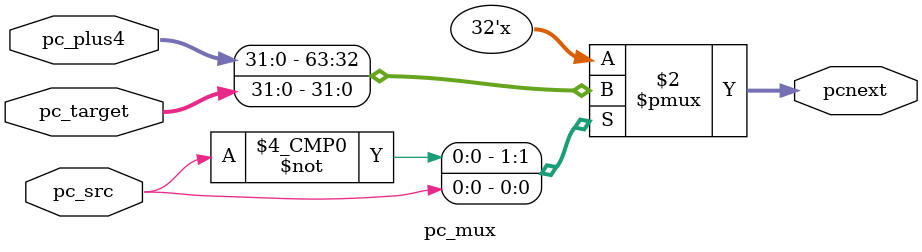
<source format=sv>
module pc_mux(input wire pc_src,input wire [31:0]pc_plus4,input wire [31:0]pc_target,output reg [31:0]pcnext);
  always@(*) begin
    case(pc_src)
      1'b0:pcnext<=pc_plus4;
      1'b1:pcnext<=pc_target;
    endcase
  end
endmodule

</source>
